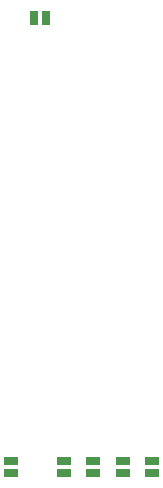
<source format=gtp>
%TF.GenerationSoftware,KiCad,Pcbnew,8.0.0-8.0.0-1~ubuntu23.10.1*%
%TF.CreationDate,2024-03-08T09:57:00+02:00*%
%TF.ProjectId,reversible,72657665-7273-4696-926c-652e6b696361,rev?*%
%TF.SameCoordinates,Original*%
%TF.FileFunction,Paste,Top*%
%TF.FilePolarity,Positive*%
%FSLAX46Y46*%
G04 Gerber Fmt 4.6, Leading zero omitted, Abs format (unit mm)*
G04 Created by KiCad (PCBNEW 8.0.0-8.0.0-1~ubuntu23.10.1) date 2024-03-08 09:57:00*
%MOMM*%
%LPD*%
G01*
G04 APERTURE LIST*
%ADD10R,0.635000X1.143000*%
%ADD11R,1.143000X0.635000*%
G04 APERTURE END LIST*
D10*
%TO.C,JP2*%
X60000380Y-46500000D03*
X61001140Y-46500000D03*
%TD*%
D11*
%TO.C,JP11*%
X58000000Y-83999240D03*
X58000000Y-85000000D03*
%TD*%
%TO.C,JP3*%
X62500000Y-85000380D03*
X62500000Y-83999620D03*
%TD*%
%TO.C,JP4*%
X65000000Y-85000380D03*
X65000000Y-83999620D03*
%TD*%
%TO.C,JP6*%
X70000000Y-85000380D03*
X70000000Y-83999620D03*
%TD*%
%TO.C,JP5*%
X67500000Y-85000380D03*
X67500000Y-83999620D03*
%TD*%
M02*

</source>
